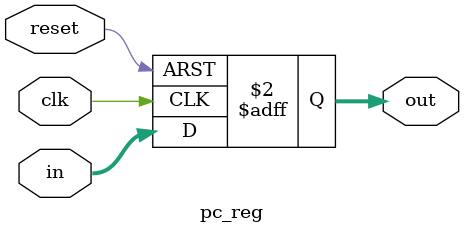
<source format=sv>
`timescale 1ns / 1ps

module pc_reg#
    (parameter WIDTH = 8)
    (input logic clk, reset,
     input logic [WIDTH-1:0] in,
     output logic [WIDTH-1:0] out);

always_ff @(posedge clk, posedge reset)
    if (reset) out <= 0;
    else out <= in;
    
endmodule

</source>
